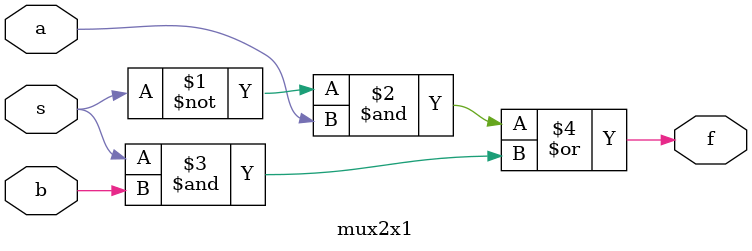
<source format=v>
`timescale 1ns / 1ps
module CSLA_16_bit(A,B,Cin,S,Co);
input [15:0] A,B;
input Cin;
output [15:0] S;
output Co;
wire c1,c2,c3,c40,c50,c60,c41,c51,c61,c70,c71,c80,c81,c90,c91,c100,c101,c110,c111,c120,c121,Com0,Com1,Com2;
    wire m1c0,m1c1,m2c0,m2c1,m3c0,m3c1;
    wire s40,s41,s50,s51,s60,s61,s70,s71,s80,s81,s90,s91,s100,s101,s110,s111,s120,s121,s130,s131,s140,s141,s150,s151;
    //First segment
    FA I1(A[0],B[0],Cin,S[0],c1);
    FA I2(A[1],B[1],c1,S[1],c2);
    FA I3(A[2],B[2],c2,S[2],c3);
    FA I4(A[3],B[3],c3,S[3],Com0);
    // Secong segment
    FA I50(A[4],B[4],1'b0,s40,c40);
    FA I51(A[4],B[4],1'b1,s41,c41);
    FA I60(A[5],B[5],c40,s50,c50);
    FA I61(A[5],B[5],c41,s51,c51);
    FA I70(A[6],B[6],c50,s60,c60);
    FA I71(A[6],B[6],c51,s61,c61);
    FA I80(A[7],B[7],c60,s70,m1c0);
    FA I81(A[7],B[7],c61,s71,m1c1);
    mux2x1 M1(s40,s41,Com0,S[4]);
    mux2x1 M2(s50,s51,Com0,S[5]);
    mux2x1 M3(s60,s61,Com0,S[6]);
    mux2x1 M4(s70,s71,Com0,S[7]);
    mux2x1 M5(m1c0,m1c1,Com0,Com1);
    // Third segment
    FA I90(A[8],B[8],1'b0,s80,c70);
    FA I91(A[8],B[8],1'b1,s81,c71);
    FA I100(A[9],B[9],c70,s90,c80);
    FA I101(A[9],B[9],c71,s91,c81);
    FA I110(A[10],B[10],c80,s100,c90);
    FA I111(A[10],B[10],c81,s101,c91);
    FA I120(A[11],B[11],c90,s110,m2c0);
    FA I121(A[11],B[11],c91,s111,m2c1);
    mux2x1 M6(s80,s81,Com1,S[8]);
    mux2x1 M7(s90,s91,Com1,S[9]);
    mux2x1 M8(s100,s101,Com1,S[10]);
    mux2x1 M9(s110,s111,Com1,S[11]);
    mux2x1 M10(m2c0,m2c1,Com1,Com2);
    // Fourth segment
     FA I130(A[12],B[12],1'b0,s120,c100);
    FA I131(A[12],B[12],1'b1,s121,c101);
    FA I140(A[13],B[13],c100,s130,c110);
    FA I141(A[13],B[13],c101,s131,c111);
    FA I150(A[14],B[14],c110,s140,c120);
    FA I151(A[14],B[14],c111,s141,c121);
    FA I160(A[15],B[15],c120,s150,m3c0);
    FA I161(A[15],B[15],c121,s151,m3c1);
    mux2x1 M11(s120,s121,Com2,S[12]);
    mux2x1 M12(s130,s131,Com2,S[13]);
    mux2x1 M13(s140,s141,Com2,S[14]);
    mux2x1 M14(s150,s151,Com2,S[15]);
    mux2x1 M15(m3c0,m3c1,Com2,Co);
endmodule

// Fuller adder
module FA(a,b,cin,sum,cout);
input a,b,cin;
output sum,cout;
assign {cout,sum}=a+b+cin;
endmodule
// Multiplexer_2x1
module mux2x1(a,b,s,f);
input a,b,s;
output f;
assign f=(~s&a)|(s&b);
endmodule

</source>
